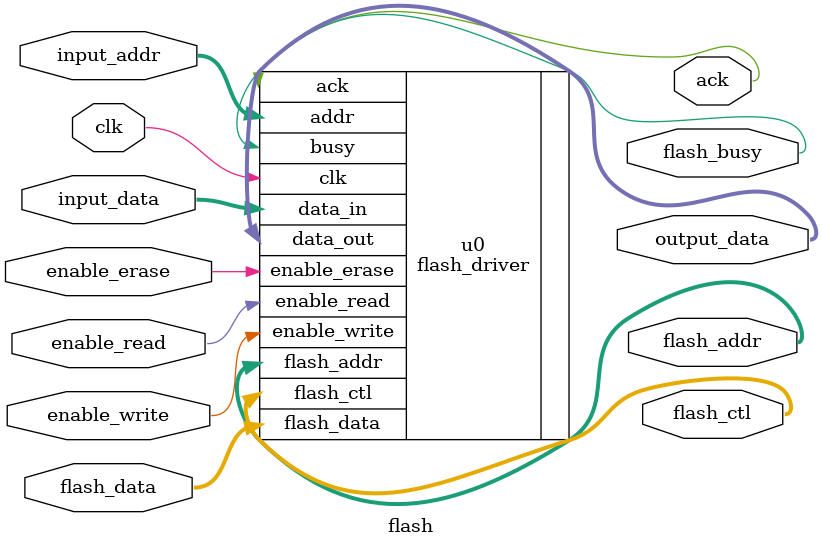
<source format=v>
module flash (
	input clk,

	input enable_read, 
	input enable_erase, 
	input enable_write, 
	
	input [21:0] input_addr, 
	input [15:0] input_data,
	
	output [15:0] output_data,
	output flash_busy,
	output [22:0] flash_addr, 
	inout [15:0] flash_data, 
	output [7:0] flash_ctl, 
	output ack
);

	flash_driver u0 (
		.clk(clk), .addr(input_addr), .data_in(input_data), 
		.data_out(output_data), .enable_erase(enable_erase), 
		.enable_read(enable_read), .enable_write(enable_write),
		.busy(flash_busy), .flash_ctl(flash_ctl),
		.flash_addr(flash_addr), .flash_data(flash_data), 
		.ack(ack)
		);
		
endmodule

</source>
